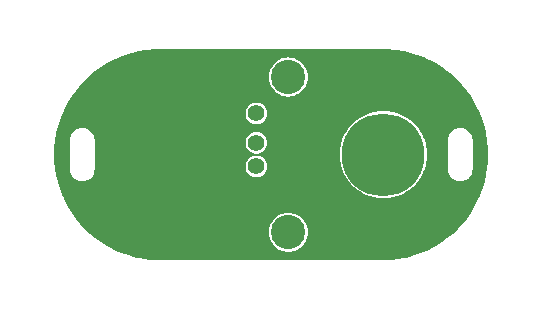
<source format=gbr>
%TF.GenerationSoftware,KiCad,Pcbnew,(6.0.5)*%
%TF.CreationDate,2022-05-17T08:39:17+02:00*%
%TF.ProjectId,supply2usb,73757070-6c79-4327-9573-622e6b696361,rev?*%
%TF.SameCoordinates,Original*%
%TF.FileFunction,Copper,L2,Bot*%
%TF.FilePolarity,Positive*%
%FSLAX46Y46*%
G04 Gerber Fmt 4.6, Leading zero omitted, Abs format (unit mm)*
G04 Created by KiCad (PCBNEW (6.0.5)) date 2022-05-17 08:39:17*
%MOMM*%
%LPD*%
G01*
G04 APERTURE LIST*
%TA.AperFunction,ComponentPad*%
%ADD10C,7.000000*%
%TD*%
%TA.AperFunction,ComponentPad*%
%ADD11R,1.420000X1.420000*%
%TD*%
%TA.AperFunction,ComponentPad*%
%ADD12C,1.420000*%
%TD*%
%TA.AperFunction,ComponentPad*%
%ADD13C,2.900000*%
%TD*%
G04 APERTURE END LIST*
D10*
%TO.P,J2,1,Pin_1*%
%TO.N,GND*%
X129000000Y-90000000D03*
%TD*%
D11*
%TO.P,J3,1,VBUS*%
%TO.N,VBUS*%
X118240000Y-93500000D03*
D12*
%TO.P,J3,2,D-*%
%TO.N,Net-(J3-Pad2)*%
X118240000Y-91000000D03*
%TO.P,J3,3,D+*%
%TO.N,Net-(J3-Pad3)*%
X118240000Y-89000000D03*
%TO.P,J3,4,GND*%
%TO.N,GND*%
X118240000Y-86500000D03*
D13*
%TO.P,J3,5,Shield*%
X120950000Y-83430000D03*
X120950000Y-96570000D03*
%TD*%
D10*
%TO.P,J1,1,Pin_1*%
%TO.N,VBUS*%
X110000000Y-90000000D03*
%TD*%
%TA.AperFunction,Conductor*%
%TO.N,VBUS*%
G36*
X128989213Y-81053191D02*
G01*
X128989253Y-81053202D01*
X128989254Y-81053202D01*
X128998640Y-81055805D01*
X129008071Y-81053366D01*
X129011178Y-81053393D01*
X129027307Y-81051679D01*
X129578192Y-81074427D01*
X129582994Y-81074782D01*
X129838005Y-81102006D01*
X130157341Y-81136097D01*
X130162078Y-81136760D01*
X130731213Y-81235301D01*
X130735925Y-81236275D01*
X131297449Y-81371625D01*
X131302073Y-81372900D01*
X131853629Y-81544493D01*
X131858138Y-81546059D01*
X132397345Y-81753152D01*
X132401771Y-81755020D01*
X132728223Y-81905445D01*
X132926353Y-81996740D01*
X132930658Y-81998896D01*
X133438403Y-82274220D01*
X133442560Y-82276652D01*
X133931330Y-82584422D01*
X133935319Y-82587119D01*
X134403036Y-82926027D01*
X134406841Y-82928978D01*
X134851510Y-83297576D01*
X134855116Y-83300768D01*
X135274896Y-83697531D01*
X135278279Y-83700944D01*
X135671348Y-84124153D01*
X135674503Y-84127780D01*
X136039224Y-84575669D01*
X136042141Y-84579500D01*
X136376946Y-85050146D01*
X136379608Y-85054158D01*
X136683100Y-85545592D01*
X136685496Y-85549770D01*
X136956378Y-86059896D01*
X136958497Y-86064220D01*
X137062191Y-86294523D01*
X137143805Y-86475786D01*
X137195632Y-86590894D01*
X137197462Y-86595339D01*
X137233003Y-86690346D01*
X137399837Y-87136318D01*
X137401377Y-87140881D01*
X137568142Y-87693886D01*
X137569379Y-87698531D01*
X137687289Y-88207141D01*
X137699819Y-88261191D01*
X137700752Y-88265903D01*
X137789412Y-88805968D01*
X137794324Y-88835888D01*
X137794949Y-88840663D01*
X137851249Y-89415504D01*
X137851562Y-89420309D01*
X137860830Y-89704994D01*
X137867521Y-89910500D01*
X137870356Y-89997592D01*
X137870356Y-90002396D01*
X137861681Y-90268875D01*
X137851562Y-90579691D01*
X137851249Y-90584496D01*
X137794949Y-91159337D01*
X137794324Y-91164110D01*
X137709200Y-91682640D01*
X137700754Y-91734085D01*
X137699821Y-91738797D01*
X137585263Y-92232952D01*
X137569381Y-92301461D01*
X137568142Y-92306114D01*
X137401377Y-92859119D01*
X137399837Y-92863682D01*
X137197465Y-93404653D01*
X137195635Y-93409098D01*
X137143580Y-93524712D01*
X136958497Y-93935780D01*
X136956378Y-93940104D01*
X136685496Y-94450230D01*
X136683100Y-94454408D01*
X136379608Y-94945842D01*
X136376946Y-94949854D01*
X136042141Y-95420500D01*
X136039224Y-95424331D01*
X135674503Y-95872220D01*
X135671355Y-95875839D01*
X135278286Y-96299049D01*
X135274896Y-96302469D01*
X134855116Y-96699232D01*
X134851510Y-96702424D01*
X134406841Y-97071022D01*
X134403036Y-97073973D01*
X133935319Y-97412881D01*
X133931330Y-97415578D01*
X133442560Y-97723348D01*
X133438403Y-97725780D01*
X132930658Y-98001104D01*
X132926353Y-98003260D01*
X132838733Y-98043634D01*
X132401771Y-98244980D01*
X132397345Y-98246848D01*
X131858142Y-98453940D01*
X131853629Y-98455507D01*
X131302073Y-98627100D01*
X131297449Y-98628375D01*
X130735925Y-98763725D01*
X130731213Y-98764699D01*
X130162078Y-98863240D01*
X130157341Y-98863903D01*
X129838005Y-98897994D01*
X129582994Y-98925218D01*
X129578192Y-98925573D01*
X129027298Y-98948321D01*
X129011187Y-98946609D01*
X129008072Y-98946636D01*
X128998640Y-98944197D01*
X128989254Y-98946800D01*
X128989252Y-98946800D01*
X128989220Y-98946809D01*
X128969445Y-98949500D01*
X119500000Y-98949500D01*
X110030555Y-98949499D01*
X110010780Y-98946808D01*
X110010748Y-98946799D01*
X110010746Y-98946799D01*
X110001360Y-98944196D01*
X109991929Y-98946635D01*
X109988822Y-98946608D01*
X109972693Y-98948322D01*
X109421808Y-98925574D01*
X109417006Y-98925219D01*
X109161995Y-98897995D01*
X108842659Y-98863904D01*
X108837922Y-98863241D01*
X108268787Y-98764700D01*
X108264075Y-98763726D01*
X107702551Y-98628376D01*
X107697927Y-98627101D01*
X107146371Y-98455508D01*
X107141862Y-98453942D01*
X106602655Y-98246849D01*
X106598224Y-98244979D01*
X106556177Y-98225604D01*
X106161264Y-98043634D01*
X106073646Y-98003261D01*
X106069341Y-98001105D01*
X105561597Y-97725781D01*
X105557440Y-97723349D01*
X105068670Y-97415579D01*
X105064681Y-97412882D01*
X104596964Y-97073974D01*
X104593159Y-97071023D01*
X104148480Y-96702417D01*
X104144874Y-96699224D01*
X104008154Y-96570000D01*
X119294396Y-96570000D01*
X119294624Y-96572897D01*
X119304697Y-96700882D01*
X119314779Y-96828994D01*
X119315457Y-96831818D01*
X119373594Y-97073974D01*
X119375427Y-97081610D01*
X119474846Y-97321628D01*
X119610588Y-97543140D01*
X119779311Y-97740689D01*
X119976860Y-97909412D01*
X120198372Y-98045154D01*
X120201057Y-98046266D01*
X120435702Y-98143460D01*
X120435707Y-98143461D01*
X120438390Y-98144573D01*
X120441217Y-98145252D01*
X120441221Y-98145253D01*
X120677820Y-98202055D01*
X120691006Y-98205221D01*
X120693893Y-98205448D01*
X120693898Y-98205449D01*
X120947103Y-98225376D01*
X120950000Y-98225604D01*
X120952897Y-98225376D01*
X121206102Y-98205449D01*
X121206107Y-98205448D01*
X121208994Y-98205221D01*
X121222180Y-98202055D01*
X121458779Y-98145253D01*
X121458783Y-98145252D01*
X121461610Y-98144573D01*
X121464293Y-98143461D01*
X121464298Y-98143460D01*
X121698943Y-98046266D01*
X121701628Y-98045154D01*
X121923140Y-97909412D01*
X122120689Y-97740689D01*
X122289412Y-97543140D01*
X122425154Y-97321628D01*
X122524573Y-97081610D01*
X122526407Y-97073974D01*
X122584543Y-96831818D01*
X122585221Y-96828994D01*
X122595304Y-96700882D01*
X122605376Y-96572897D01*
X122605604Y-96570000D01*
X122585221Y-96311006D01*
X122524573Y-96058390D01*
X122425154Y-95818372D01*
X122289412Y-95596860D01*
X122120689Y-95399311D01*
X122118475Y-95397420D01*
X121925358Y-95232482D01*
X121925355Y-95232480D01*
X121923140Y-95230588D01*
X121701628Y-95094846D01*
X121631048Y-95065611D01*
X121464298Y-94996540D01*
X121464293Y-94996539D01*
X121461610Y-94995427D01*
X121458783Y-94994748D01*
X121458779Y-94994747D01*
X121211818Y-94935457D01*
X121208994Y-94934779D01*
X121206107Y-94934552D01*
X121206102Y-94934551D01*
X120952897Y-94914624D01*
X120950000Y-94914396D01*
X120947103Y-94914624D01*
X120693898Y-94934551D01*
X120693893Y-94934552D01*
X120691006Y-94934779D01*
X120688182Y-94935457D01*
X120441221Y-94994747D01*
X120441217Y-94994748D01*
X120438390Y-94995427D01*
X120435707Y-94996539D01*
X120435702Y-94996540D01*
X120268952Y-95065611D01*
X120198372Y-95094846D01*
X119976860Y-95230588D01*
X119974645Y-95232480D01*
X119974642Y-95232482D01*
X119781525Y-95397420D01*
X119779311Y-95399311D01*
X119610588Y-95596860D01*
X119474846Y-95818372D01*
X119375427Y-96058390D01*
X119314779Y-96311006D01*
X119294396Y-96570000D01*
X104008154Y-96570000D01*
X103737195Y-96313898D01*
X103725115Y-96302480D01*
X103721729Y-96299065D01*
X103500823Y-96061221D01*
X103328643Y-95875839D01*
X103325489Y-95872213D01*
X103283833Y-95821057D01*
X102960774Y-95424330D01*
X102957858Y-95420500D01*
X102623053Y-94949855D01*
X102620391Y-94945843D01*
X102316899Y-94454409D01*
X102314503Y-94450231D01*
X102043621Y-93940104D01*
X102041502Y-93935780D01*
X101856419Y-93524712D01*
X101804364Y-93409098D01*
X101802534Y-93404653D01*
X101600162Y-92863683D01*
X101598622Y-92859120D01*
X101431857Y-92306114D01*
X101430618Y-92301461D01*
X101414736Y-92232952D01*
X101300178Y-91738797D01*
X101299245Y-91734085D01*
X101290800Y-91682640D01*
X101220077Y-91251841D01*
X102449500Y-91251841D01*
X102464520Y-91405030D01*
X102524065Y-91602251D01*
X102620782Y-91784151D01*
X102750989Y-91943800D01*
X102909725Y-92075118D01*
X102912914Y-92076842D01*
X102912915Y-92076843D01*
X103087762Y-92171382D01*
X103090945Y-92173103D01*
X103094395Y-92174171D01*
X103094400Y-92174173D01*
X103219004Y-92212744D01*
X103287746Y-92234023D01*
X103492631Y-92255557D01*
X103496235Y-92255229D01*
X103496236Y-92255229D01*
X103595214Y-92246222D01*
X103697797Y-92236886D01*
X103746753Y-92222478D01*
X103891957Y-92179742D01*
X103891961Y-92179740D01*
X103895428Y-92178720D01*
X103991367Y-92128564D01*
X104074791Y-92084951D01*
X104074794Y-92084949D01*
X104077998Y-92083274D01*
X104121506Y-92048293D01*
X104235734Y-91956452D01*
X104235737Y-91956449D01*
X104238553Y-91954185D01*
X104240881Y-91951411D01*
X104368649Y-91799144D01*
X104368652Y-91799140D01*
X104370976Y-91796370D01*
X104470224Y-91615838D01*
X104532516Y-91419468D01*
X104534136Y-91405030D01*
X104550269Y-91261193D01*
X104550500Y-91259136D01*
X104550500Y-91000000D01*
X117324485Y-91000000D01*
X117344491Y-91190346D01*
X117403635Y-91372373D01*
X117499333Y-91538126D01*
X117627401Y-91680360D01*
X117630538Y-91682639D01*
X117630539Y-91682640D01*
X117770257Y-91784151D01*
X117782242Y-91792859D01*
X117785784Y-91794436D01*
X117953545Y-91869129D01*
X117953548Y-91869130D01*
X117957090Y-91870707D01*
X117960882Y-91871513D01*
X117960885Y-91871514D01*
X118140506Y-91909693D01*
X118144303Y-91910500D01*
X118335697Y-91910500D01*
X118339494Y-91909693D01*
X118519115Y-91871514D01*
X118519118Y-91871513D01*
X118522910Y-91870707D01*
X118526452Y-91869130D01*
X118526455Y-91869129D01*
X118694216Y-91794436D01*
X118697758Y-91792859D01*
X118709744Y-91784151D01*
X118849461Y-91682640D01*
X118849462Y-91682639D01*
X118852599Y-91680360D01*
X118980667Y-91538126D01*
X119076365Y-91372373D01*
X119135509Y-91190346D01*
X119155515Y-91000000D01*
X119135509Y-90809654D01*
X119076365Y-90627627D01*
X118980667Y-90461874D01*
X118852599Y-90319640D01*
X118697758Y-90207141D01*
X118688071Y-90202828D01*
X118526455Y-90130871D01*
X118526452Y-90130870D01*
X118522910Y-90129293D01*
X118519118Y-90128487D01*
X118519115Y-90128486D01*
X118339494Y-90090307D01*
X118339493Y-90090307D01*
X118335697Y-90089500D01*
X118144303Y-90089500D01*
X118140507Y-90090307D01*
X118140506Y-90090307D01*
X117960885Y-90128486D01*
X117960882Y-90128487D01*
X117957090Y-90129293D01*
X117953548Y-90130870D01*
X117953545Y-90130871D01*
X117795617Y-90201186D01*
X117782243Y-90207141D01*
X117779107Y-90209419D01*
X117779106Y-90209420D01*
X117630538Y-90317360D01*
X117630533Y-90317364D01*
X117627401Y-90319640D01*
X117499333Y-90461874D01*
X117403635Y-90627627D01*
X117344491Y-90809654D01*
X117324485Y-91000000D01*
X104550500Y-91000000D01*
X104550500Y-90000000D01*
X125294422Y-90000000D01*
X125294523Y-90001927D01*
X125311055Y-90317360D01*
X125314722Y-90387338D01*
X125375398Y-90770433D01*
X125375898Y-90772299D01*
X125437943Y-91003853D01*
X125475786Y-91145087D01*
X125476475Y-91146882D01*
X125476477Y-91146888D01*
X125614091Y-91505385D01*
X125614095Y-91505395D01*
X125614786Y-91507194D01*
X125615664Y-91508917D01*
X125763542Y-91799144D01*
X125790875Y-91852789D01*
X125791919Y-91854397D01*
X125791925Y-91854407D01*
X125998889Y-92173103D01*
X126002124Y-92178084D01*
X126003335Y-92179579D01*
X126003339Y-92179585D01*
X126064554Y-92255179D01*
X126246219Y-92479516D01*
X126520484Y-92753781D01*
X126656200Y-92863682D01*
X126820415Y-92996661D01*
X126820421Y-92996665D01*
X126821916Y-92997876D01*
X126823533Y-92998926D01*
X126823537Y-92998929D01*
X127145593Y-93208075D01*
X127145603Y-93208081D01*
X127147211Y-93209125D01*
X127492806Y-93385214D01*
X127494605Y-93385905D01*
X127494615Y-93385909D01*
X127853112Y-93523523D01*
X127853118Y-93523525D01*
X127854913Y-93524214D01*
X127856768Y-93524711D01*
X127856771Y-93524712D01*
X128209136Y-93619128D01*
X128229567Y-93624602D01*
X128612662Y-93685278D01*
X128614585Y-93685379D01*
X128614587Y-93685379D01*
X128998073Y-93705477D01*
X129000000Y-93705578D01*
X129001927Y-93705477D01*
X129385413Y-93685379D01*
X129385415Y-93685379D01*
X129387338Y-93685278D01*
X129770433Y-93624602D01*
X129790864Y-93619128D01*
X130143229Y-93524712D01*
X130143232Y-93524711D01*
X130145087Y-93524214D01*
X130146882Y-93523525D01*
X130146888Y-93523523D01*
X130505385Y-93385909D01*
X130505395Y-93385905D01*
X130507194Y-93385214D01*
X130852789Y-93209125D01*
X130854397Y-93208081D01*
X130854407Y-93208075D01*
X131176463Y-92998929D01*
X131176467Y-92998926D01*
X131178084Y-92997876D01*
X131179579Y-92996665D01*
X131179585Y-92996661D01*
X131343800Y-92863682D01*
X131479516Y-92753781D01*
X131753781Y-92479516D01*
X131935446Y-92255179D01*
X131996661Y-92179585D01*
X131996665Y-92179579D01*
X131997876Y-92178084D01*
X132001111Y-92173103D01*
X132208075Y-91854407D01*
X132208081Y-91854397D01*
X132209125Y-91852789D01*
X132236459Y-91799144D01*
X132384336Y-91508917D01*
X132385214Y-91507194D01*
X132385905Y-91505395D01*
X132385909Y-91505385D01*
X132483235Y-91251841D01*
X134449500Y-91251841D01*
X134464520Y-91405030D01*
X134524065Y-91602251D01*
X134620782Y-91784151D01*
X134750989Y-91943800D01*
X134909725Y-92075118D01*
X134912914Y-92076842D01*
X134912915Y-92076843D01*
X135087762Y-92171382D01*
X135090945Y-92173103D01*
X135094395Y-92174171D01*
X135094400Y-92174173D01*
X135219004Y-92212744D01*
X135287746Y-92234023D01*
X135492631Y-92255557D01*
X135496235Y-92255229D01*
X135496236Y-92255229D01*
X135595214Y-92246222D01*
X135697797Y-92236886D01*
X135746753Y-92222478D01*
X135891957Y-92179742D01*
X135891961Y-92179740D01*
X135895428Y-92178720D01*
X135991367Y-92128564D01*
X136074791Y-92084951D01*
X136074794Y-92084949D01*
X136077998Y-92083274D01*
X136121506Y-92048293D01*
X136235734Y-91956452D01*
X136235737Y-91956449D01*
X136238553Y-91954185D01*
X136240881Y-91951411D01*
X136368649Y-91799144D01*
X136368652Y-91799140D01*
X136370976Y-91796370D01*
X136470224Y-91615838D01*
X136532516Y-91419468D01*
X136534136Y-91405030D01*
X136550269Y-91261193D01*
X136550500Y-91259136D01*
X136550500Y-88748159D01*
X136535480Y-88594970D01*
X136475935Y-88397749D01*
X136379218Y-88215849D01*
X136249011Y-88056200D01*
X136090275Y-87924882D01*
X136079384Y-87918993D01*
X135912238Y-87828618D01*
X135909055Y-87826897D01*
X135905605Y-87825829D01*
X135905600Y-87825827D01*
X135780996Y-87787256D01*
X135712254Y-87765977D01*
X135507369Y-87744443D01*
X135503765Y-87744771D01*
X135503764Y-87744771D01*
X135503215Y-87744821D01*
X135302203Y-87763114D01*
X135253247Y-87777522D01*
X135108043Y-87820258D01*
X135108039Y-87820260D01*
X135104572Y-87821280D01*
X135008633Y-87871436D01*
X134925209Y-87915049D01*
X134925206Y-87915051D01*
X134922002Y-87916726D01*
X134919184Y-87918992D01*
X134919182Y-87918993D01*
X134764266Y-88043548D01*
X134764263Y-88043551D01*
X134761447Y-88045815D01*
X134759121Y-88048587D01*
X134759119Y-88048589D01*
X134631351Y-88200856D01*
X134631348Y-88200860D01*
X134629024Y-88203630D01*
X134529776Y-88384162D01*
X134467484Y-88580532D01*
X134467081Y-88584123D01*
X134467081Y-88584124D01*
X134465461Y-88598570D01*
X134449500Y-88740864D01*
X134449500Y-91251841D01*
X132483235Y-91251841D01*
X132523523Y-91146888D01*
X132523525Y-91146882D01*
X132524214Y-91145087D01*
X132562058Y-91003853D01*
X132624102Y-90772299D01*
X132624602Y-90770433D01*
X132685278Y-90387338D01*
X132688946Y-90317360D01*
X132705477Y-90001927D01*
X132705578Y-90000000D01*
X132690117Y-89704994D01*
X132685379Y-89614587D01*
X132685379Y-89614585D01*
X132685278Y-89612662D01*
X132624602Y-89229567D01*
X132563090Y-89000000D01*
X132524712Y-88856771D01*
X132524711Y-88856768D01*
X132524214Y-88854913D01*
X132479645Y-88738807D01*
X132385909Y-88494615D01*
X132385905Y-88494605D01*
X132385214Y-88492806D01*
X132237872Y-88203630D01*
X132210000Y-88148928D01*
X132209999Y-88148926D01*
X132209125Y-88147211D01*
X132208081Y-88145603D01*
X132208075Y-88145593D01*
X131998929Y-87823537D01*
X131998926Y-87823533D01*
X131997876Y-87821916D01*
X131996534Y-87820258D01*
X131754992Y-87521980D01*
X131753781Y-87520484D01*
X131479516Y-87246219D01*
X131222543Y-87038126D01*
X131179585Y-87003339D01*
X131179579Y-87003335D01*
X131178084Y-87002124D01*
X131176463Y-87001071D01*
X130854407Y-86791925D01*
X130854397Y-86791919D01*
X130852789Y-86790875D01*
X130507194Y-86614786D01*
X130505395Y-86614095D01*
X130505385Y-86614091D01*
X130146888Y-86476477D01*
X130146882Y-86476475D01*
X130145087Y-86475786D01*
X130143232Y-86475289D01*
X130143229Y-86475288D01*
X129772299Y-86375898D01*
X129770433Y-86375398D01*
X129387338Y-86314722D01*
X129385415Y-86314621D01*
X129385413Y-86314621D01*
X129001927Y-86294523D01*
X129000000Y-86294422D01*
X128998073Y-86294523D01*
X128614587Y-86314621D01*
X128614585Y-86314621D01*
X128612662Y-86314722D01*
X128229567Y-86375398D01*
X128227701Y-86375898D01*
X127856771Y-86475288D01*
X127856768Y-86475289D01*
X127854913Y-86475786D01*
X127853118Y-86476475D01*
X127853112Y-86476477D01*
X127494615Y-86614091D01*
X127494605Y-86614095D01*
X127492806Y-86614786D01*
X127147211Y-86790875D01*
X127145603Y-86791919D01*
X127145593Y-86791925D01*
X126823537Y-87001071D01*
X126821916Y-87002124D01*
X126820421Y-87003335D01*
X126820415Y-87003339D01*
X126777457Y-87038126D01*
X126520484Y-87246219D01*
X126246219Y-87520484D01*
X126245008Y-87521980D01*
X126003467Y-87820258D01*
X126002124Y-87821916D01*
X126001074Y-87823533D01*
X126001071Y-87823537D01*
X125791925Y-88145593D01*
X125791919Y-88145603D01*
X125790875Y-88147211D01*
X125790001Y-88148926D01*
X125790000Y-88148928D01*
X125762128Y-88203630D01*
X125614786Y-88492806D01*
X125614095Y-88494605D01*
X125614091Y-88494615D01*
X125520355Y-88738807D01*
X125475786Y-88854913D01*
X125475289Y-88856768D01*
X125475288Y-88856771D01*
X125436910Y-89000000D01*
X125375398Y-89229567D01*
X125314722Y-89612662D01*
X125314621Y-89614585D01*
X125314621Y-89614587D01*
X125309883Y-89704994D01*
X125294422Y-90000000D01*
X104550500Y-90000000D01*
X104550500Y-89000000D01*
X117324485Y-89000000D01*
X117344491Y-89190346D01*
X117403635Y-89372373D01*
X117499333Y-89538126D01*
X117627401Y-89680360D01*
X117782242Y-89792859D01*
X117785784Y-89794436D01*
X117953545Y-89869129D01*
X117953548Y-89869130D01*
X117957090Y-89870707D01*
X117960882Y-89871513D01*
X117960885Y-89871514D01*
X118140506Y-89909693D01*
X118144303Y-89910500D01*
X118335697Y-89910500D01*
X118339494Y-89909693D01*
X118519115Y-89871514D01*
X118519118Y-89871513D01*
X118522910Y-89870707D01*
X118526452Y-89869130D01*
X118526455Y-89869129D01*
X118694216Y-89794436D01*
X118697758Y-89792859D01*
X118852599Y-89680360D01*
X118980667Y-89538126D01*
X119076365Y-89372373D01*
X119135509Y-89190346D01*
X119155515Y-89000000D01*
X119135509Y-88809654D01*
X119076365Y-88627627D01*
X118980667Y-88461874D01*
X118852599Y-88319640D01*
X118714141Y-88219044D01*
X118700895Y-88209420D01*
X118700894Y-88209419D01*
X118697758Y-88207141D01*
X118567011Y-88148928D01*
X118526455Y-88130871D01*
X118526452Y-88130870D01*
X118522910Y-88129293D01*
X118519118Y-88128487D01*
X118519115Y-88128486D01*
X118339494Y-88090307D01*
X118339493Y-88090307D01*
X118335697Y-88089500D01*
X118144303Y-88089500D01*
X118140507Y-88090307D01*
X118140506Y-88090307D01*
X117960885Y-88128486D01*
X117960882Y-88128487D01*
X117957090Y-88129293D01*
X117953548Y-88130870D01*
X117953545Y-88130871D01*
X117796359Y-88200856D01*
X117782243Y-88207141D01*
X117779107Y-88209419D01*
X117779106Y-88209420D01*
X117630538Y-88317360D01*
X117630533Y-88317364D01*
X117627401Y-88319640D01*
X117499333Y-88461874D01*
X117403635Y-88627627D01*
X117344491Y-88809654D01*
X117324485Y-89000000D01*
X104550500Y-89000000D01*
X104550500Y-88748159D01*
X104535480Y-88594970D01*
X104475935Y-88397749D01*
X104379218Y-88215849D01*
X104249011Y-88056200D01*
X104090275Y-87924882D01*
X104079384Y-87918993D01*
X103912238Y-87828618D01*
X103909055Y-87826897D01*
X103905605Y-87825829D01*
X103905600Y-87825827D01*
X103780996Y-87787256D01*
X103712254Y-87765977D01*
X103507369Y-87744443D01*
X103503765Y-87744771D01*
X103503764Y-87744771D01*
X103503215Y-87744821D01*
X103302203Y-87763114D01*
X103253247Y-87777522D01*
X103108043Y-87820258D01*
X103108039Y-87820260D01*
X103104572Y-87821280D01*
X103008633Y-87871436D01*
X102925209Y-87915049D01*
X102925206Y-87915051D01*
X102922002Y-87916726D01*
X102919184Y-87918992D01*
X102919182Y-87918993D01*
X102764266Y-88043548D01*
X102764263Y-88043551D01*
X102761447Y-88045815D01*
X102759121Y-88048587D01*
X102759119Y-88048589D01*
X102631351Y-88200856D01*
X102631348Y-88200860D01*
X102629024Y-88203630D01*
X102529776Y-88384162D01*
X102467484Y-88580532D01*
X102467081Y-88584123D01*
X102467081Y-88584124D01*
X102465461Y-88598570D01*
X102449500Y-88740864D01*
X102449500Y-91251841D01*
X101220077Y-91251841D01*
X101205675Y-91164110D01*
X101205050Y-91159337D01*
X101148750Y-90584496D01*
X101148437Y-90579691D01*
X101138318Y-90268875D01*
X101129643Y-90002396D01*
X101129643Y-89997592D01*
X101132479Y-89910500D01*
X101139169Y-89704994D01*
X101148437Y-89420309D01*
X101148750Y-89415504D01*
X101205050Y-88840663D01*
X101205675Y-88835888D01*
X101210587Y-88805968D01*
X101299247Y-88265903D01*
X101300180Y-88261191D01*
X101312711Y-88207141D01*
X101430620Y-87698531D01*
X101431857Y-87693886D01*
X101598622Y-87140880D01*
X101600162Y-87136317D01*
X101698901Y-86872373D01*
X101802537Y-86595339D01*
X101804367Y-86590894D01*
X101845293Y-86500000D01*
X117324485Y-86500000D01*
X117344491Y-86690346D01*
X117403635Y-86872373D01*
X117499333Y-87038126D01*
X117627401Y-87180360D01*
X117782242Y-87292859D01*
X117785784Y-87294436D01*
X117953545Y-87369129D01*
X117953548Y-87369130D01*
X117957090Y-87370707D01*
X117960882Y-87371513D01*
X117960885Y-87371514D01*
X118140506Y-87409693D01*
X118144303Y-87410500D01*
X118335697Y-87410500D01*
X118339494Y-87409693D01*
X118519115Y-87371514D01*
X118519118Y-87371513D01*
X118522910Y-87370707D01*
X118526452Y-87369130D01*
X118526455Y-87369129D01*
X118694216Y-87294436D01*
X118697758Y-87292859D01*
X118852599Y-87180360D01*
X118980667Y-87038126D01*
X119076365Y-86872373D01*
X119135509Y-86690346D01*
X119155515Y-86500000D01*
X119152619Y-86472446D01*
X119135914Y-86313505D01*
X119135914Y-86313503D01*
X119135509Y-86309654D01*
X119076365Y-86127627D01*
X118980667Y-85961874D01*
X118852599Y-85819640D01*
X118697758Y-85707141D01*
X118688071Y-85702828D01*
X118526455Y-85630871D01*
X118526452Y-85630870D01*
X118522910Y-85629293D01*
X118519118Y-85628487D01*
X118519115Y-85628486D01*
X118339494Y-85590307D01*
X118339493Y-85590307D01*
X118335697Y-85589500D01*
X118144303Y-85589500D01*
X118140507Y-85590307D01*
X118140506Y-85590307D01*
X117960885Y-85628486D01*
X117960882Y-85628487D01*
X117957090Y-85629293D01*
X117953548Y-85630870D01*
X117953545Y-85630871D01*
X117795617Y-85701186D01*
X117782243Y-85707141D01*
X117779107Y-85709419D01*
X117779106Y-85709420D01*
X117630538Y-85817360D01*
X117630533Y-85817364D01*
X117627401Y-85819640D01*
X117499333Y-85961874D01*
X117403635Y-86127627D01*
X117344491Y-86309654D01*
X117344086Y-86313503D01*
X117344086Y-86313505D01*
X117327381Y-86472446D01*
X117324485Y-86500000D01*
X101845293Y-86500000D01*
X101856195Y-86475786D01*
X101937808Y-86294523D01*
X102041502Y-86064220D01*
X102043621Y-86059896D01*
X102314503Y-85549769D01*
X102316899Y-85545591D01*
X102620391Y-85054157D01*
X102623053Y-85050145D01*
X102957858Y-84579500D01*
X102960775Y-84575669D01*
X103220767Y-84256390D01*
X103325496Y-84127779D01*
X103328650Y-84124153D01*
X103498194Y-83941610D01*
X103721733Y-83700931D01*
X103725119Y-83697516D01*
X103734136Y-83688994D01*
X104008154Y-83430000D01*
X119294396Y-83430000D01*
X119314779Y-83688994D01*
X119375427Y-83941610D01*
X119474846Y-84181628D01*
X119610588Y-84403140D01*
X119779311Y-84600689D01*
X119781525Y-84602580D01*
X119931285Y-84730487D01*
X119976860Y-84769412D01*
X120198372Y-84905154D01*
X120201057Y-84906266D01*
X120435702Y-85003460D01*
X120435707Y-85003461D01*
X120438390Y-85004573D01*
X120441217Y-85005252D01*
X120441221Y-85005253D01*
X120628210Y-85050145D01*
X120691006Y-85065221D01*
X120693893Y-85065448D01*
X120693898Y-85065449D01*
X120947103Y-85085376D01*
X120950000Y-85085604D01*
X120952897Y-85085376D01*
X121206102Y-85065449D01*
X121206107Y-85065448D01*
X121208994Y-85065221D01*
X121271790Y-85050145D01*
X121458779Y-85005253D01*
X121458783Y-85005252D01*
X121461610Y-85004573D01*
X121464293Y-85003461D01*
X121464298Y-85003460D01*
X121698943Y-84906266D01*
X121701628Y-84905154D01*
X121923140Y-84769412D01*
X121968716Y-84730487D01*
X122118475Y-84602580D01*
X122120689Y-84600689D01*
X122289412Y-84403140D01*
X122425154Y-84181628D01*
X122524573Y-83941610D01*
X122585221Y-83688994D01*
X122605604Y-83430000D01*
X122595434Y-83300776D01*
X122585449Y-83173898D01*
X122585448Y-83173893D01*
X122585221Y-83171006D01*
X122526745Y-82927436D01*
X122525253Y-82921221D01*
X122525252Y-82921217D01*
X122524573Y-82918390D01*
X122425154Y-82678372D01*
X122289412Y-82456860D01*
X122120689Y-82259311D01*
X121923140Y-82090588D01*
X121701628Y-81954846D01*
X121631048Y-81925611D01*
X121464298Y-81856540D01*
X121464293Y-81856539D01*
X121461610Y-81855427D01*
X121458783Y-81854748D01*
X121458779Y-81854747D01*
X121211818Y-81795457D01*
X121208994Y-81794779D01*
X121206107Y-81794552D01*
X121206102Y-81794551D01*
X120952897Y-81774624D01*
X120950000Y-81774396D01*
X120947103Y-81774624D01*
X120693898Y-81794551D01*
X120693893Y-81794552D01*
X120691006Y-81794779D01*
X120688182Y-81795457D01*
X120441221Y-81854747D01*
X120441217Y-81854748D01*
X120438390Y-81855427D01*
X120435707Y-81856539D01*
X120435702Y-81856540D01*
X120268952Y-81925611D01*
X120198372Y-81954846D01*
X119976860Y-82090588D01*
X119779311Y-82259311D01*
X119610588Y-82456860D01*
X119474846Y-82678372D01*
X119375427Y-82918390D01*
X119374748Y-82921217D01*
X119374747Y-82921221D01*
X119373255Y-82927436D01*
X119314779Y-83171006D01*
X119314552Y-83173893D01*
X119314551Y-83173898D01*
X119304566Y-83300776D01*
X119294396Y-83430000D01*
X104008154Y-83430000D01*
X104144874Y-83300776D01*
X104148480Y-83297583D01*
X104593159Y-82928977D01*
X104596964Y-82926026D01*
X105064681Y-82587118D01*
X105068670Y-82584421D01*
X105557440Y-82276651D01*
X105561597Y-82274219D01*
X106069341Y-81998895D01*
X106073646Y-81996739D01*
X106512436Y-81794551D01*
X106598229Y-81755019D01*
X106602659Y-81753150D01*
X107141862Y-81546058D01*
X107146371Y-81544492D01*
X107697927Y-81372899D01*
X107702551Y-81371624D01*
X108264075Y-81236274D01*
X108268787Y-81235300D01*
X108837922Y-81136759D01*
X108842659Y-81136096D01*
X109161995Y-81102005D01*
X109417006Y-81074781D01*
X109421808Y-81074426D01*
X109972693Y-81051678D01*
X109988822Y-81053392D01*
X109991929Y-81053365D01*
X110001360Y-81055804D01*
X110010746Y-81053201D01*
X110010748Y-81053201D01*
X110010780Y-81053192D01*
X110030555Y-81050501D01*
X119499997Y-81050501D01*
X128969438Y-81050500D01*
X128989213Y-81053191D01*
G37*
%TD.AperFunction*%
%TD*%
M02*

</source>
